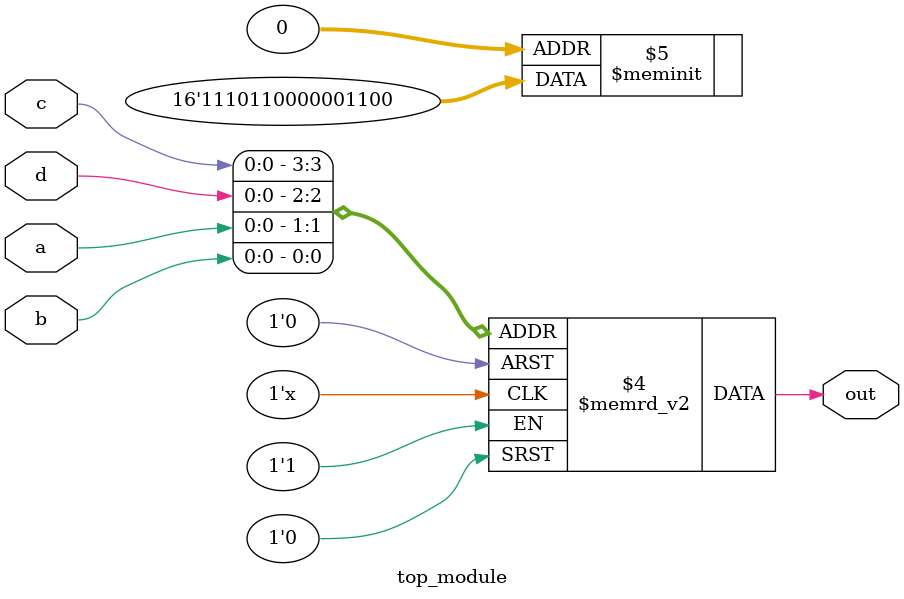
<source format=sv>
module top_module (
	input a, 
	input b,
	input c,
	input d,
	output reg out
);

always @(*) begin
    case ({c, d, a, b})
        4'b0001: out = 0;
        4'b0010: out = 1;
        4'b0011: out = 1;
        4'b0100: out = 0;
        4'b0101: out = 0;
        4'b1001: out = 0;
        4'b1010: out = 1;
        4'b1011: out = 1;
        4'b1100: out = 0;
        4'b1101: out = 1;
        4'b1110: out = 1;
        4'b1111: out = 1;
        default: out = 0; // For don't-care conditions, choose 0
    endcase
end

endmodule

</source>
